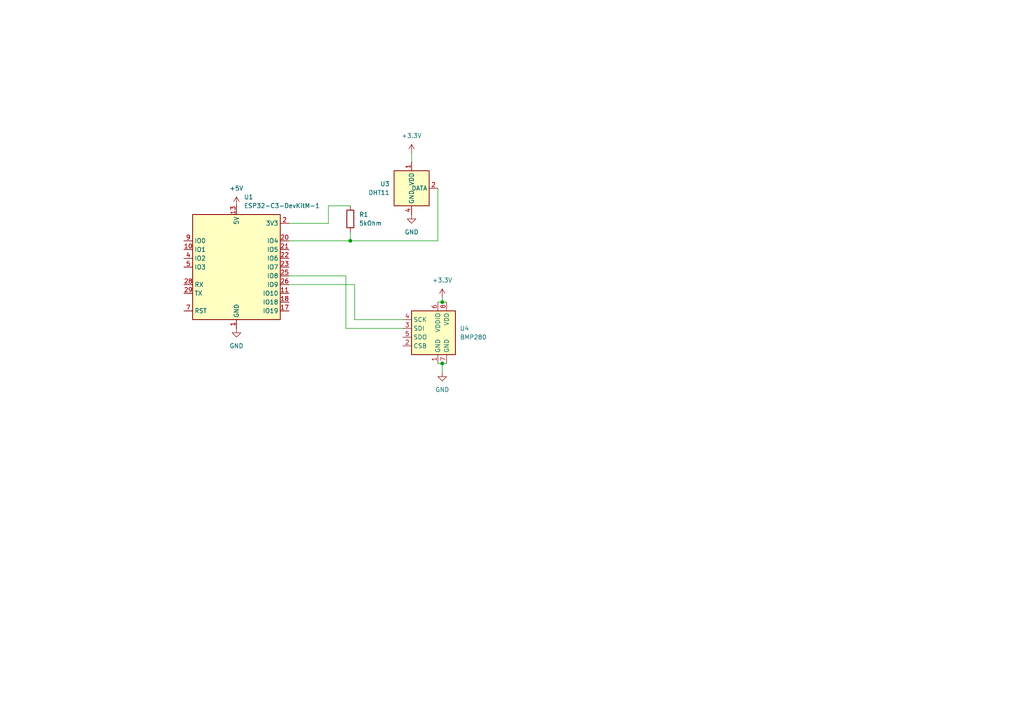
<source format=kicad_sch>
(kicad_sch (version 20250114) (generator "eeschema") (generator_version "9.0")
  (paper "A4")
  (lib_symbols
    (symbol "Device:R" (pin_numbers (hide yes)) (pin_names (offset 0))
      (property "Reference" "R" (at 2.032 0 90))
      (property "Value" "R" (at 0 0 90))
      (symbol "R_0_1"
        (rectangle (start -1.016 -2.54) (end 1.016 2.54) (stroke (width 0.254)))
      )
      (symbol "R_1_1"
        (pin passive line (at 0 3.81 270) (length 1.27) (name "~") (number "1"))
        (pin passive line (at 0 -3.81 90) (length 1.27) (name "~") (number "2"))
      )
    )
    (symbol "RF_Module:ESP32-C3-DevKitM-1"
      (property "Reference" "U" (at 7.62 16.51 0))
      (property "Value" "ESP32-C3-DevKitM-1" (at 11.684 -16.764 0))
      (symbol "ESP32-C3-DevKitM-1_1_1"
        (rectangle (start -12.7 15.24) (end 12.7 -15.24) (stroke (width 0.254)) (fill (type background)))
        (pin bidirectional line (at -15.24 7.62 0) (length 2.54) (name "IO0") (number "9"))
        (pin bidirectional line (at -15.24 5.08 0) (length 2.54) (name "IO1") (number "10"))
        (pin bidirectional line (at -15.24 2.54 0) (length 2.54) (name "IO2") (number "4"))
        (pin bidirectional line (at -15.24 0 0) (length 2.54) (name "IO3") (number "5"))
        (pin input line (at -15.24 -5.08 0) (length 2.54) (name "RX") (number "28"))
        (pin output line (at -15.24 -7.62 0) (length 2.54) (name "TX") (number "29"))
        (pin input line (at -15.24 -12.7 0) (length 2.54) (name "RST") (number "7"))
        (pin passive line (at 0 17.78 270) (length 2.54) (name "5V") (number "13"))
        (pin passive line (at 0 17.78 270) (length 2.54) (hide yes) (name "5V") (number "14"))
        (pin power_in line (at 0 -17.78 90) (length 2.54) (name "GND") (number "1"))
        (pin passive line (at 0 -17.78 90) (length 2.54) (hide yes) (name "GND") (number "12"))
        (pin passive line (at 0 -17.78 90) (length 2.54) (hide yes) (name "GND") (number "15"))
        (pin passive line (at 0 -17.78 90) (length 2.54) (hide yes) (name "GND") (number "16"))
        (pin passive line (at 0 -17.78 90) (length 2.54) (hide yes) (name "GND") (number "19"))
        (pin passive line (at 0 -17.78 90) (length 2.54) (hide yes) (name "GND") (number "24"))
        (pin passive line (at 0 -17.78 90) (length 2.54) (hide yes) (name "GND") (number "27"))
        (pin passive line (at 0 -17.78 90) (length 2.54) (hide yes) (name "GND") (number "30"))
        (pin passive line (at 0 -17.78 90) (length 2.54) (hide yes) (name "GND") (number "6"))
        (pin passive line (at 0 -17.78 90) (length 2.54) (hide yes) (name "GND") (number "8"))
        (pin power_out line (at 15.24 12.7 180) (length 2.54) (name "3V3") (number "2"))
        (pin passive line (at 15.24 12.7 180) (length 2.54) (hide yes) (name "3V3") (number "3"))
        (pin bidirectional line (at 15.24 7.62 180) (length 2.54) (name "IO4") (number "20"))
        (pin bidirectional line (at 15.24 5.08 180) (length 2.54) (name "IO5") (number "21"))
        (pin bidirectional line (at 15.24 2.54 180) (length 2.54) (name "IO6") (number "22"))
        (pin bidirectional line (at 15.24 0 180) (length 2.54) (name "IO7") (number "23"))
        (pin bidirectional line (at 15.24 -2.54 180) (length 2.54) (name "IO8") (number "25"))
        (pin bidirectional line (at 15.24 -5.08 180) (length 2.54) (name "IO9") (number "26"))
        (pin bidirectional line (at 15.24 -7.62 180) (length 2.54) (name "IO10") (number "11"))
        (pin bidirectional line (at 15.24 -10.16 180) (length 2.54) (name "IO18") (number "18"))
        (pin bidirectional line (at 15.24 -12.7 180) (length 2.54) (name "IO19") (number "17"))
      )
    )
    (symbol "Sensor:DHT11"
      (property "Reference" "U" (at -3.81 6.35 0))
      (property "Value" "DHT11" (at 3.81 6.35 0))
      (symbol "DHT11_0_1"
        (rectangle (start -5.08 5.08) (end 5.08 -5.08) (stroke (width 0.254)) (fill (type background)))
      )
      (symbol "DHT11_1_1"
        (pin no_connect line (at -5.08 0 0) (length 2.54) (hide yes) (name "NC") (number "3"))
        (pin power_in line (at 0 7.62 270) (length 2.54) (name "VDD") (number "1"))
        (pin power_in line (at 0 -7.62 90) (length 2.54) (name "GND") (number "4"))
        (pin bidirectional line (at 7.62 0 180) (length 2.54) (name "DATA") (number "2"))
      )
    )
    (symbol "Sensor_Pressure:BMP280"
      (property "Reference" "U" (at -7.62 10.16 0))
      (property "Value" "BMP280" (at 5.08 10.16 0))
      (symbol "BMP280_0_1"
        (rectangle (start -7.62 -5.08) (end 5.08 7.62) (stroke (width 0.254)) (fill (type background)))
      )
      (symbol "BMP280_1_1"
        (pin input line (at -10.16 5.08 0) (length 2.54) (name "SCK") (number "4"))
        (pin bidirectional line (at -10.16 2.54 0) (length 2.54) (name "SDI") (number "3"))
        (pin bidirectional line (at -10.16 0 0) (length 2.54) (name "SDO") (number "5"))
        (pin input line (at -10.16 -2.54 0) (length 2.54) (name "CSB") (number "2"))
        (pin power_in line (at 0 10.16 270) (length 2.54) (name "VDDIO") (number "6"))
        (pin power_in line (at 0 -7.62 90) (length 2.54) (name "GND") (number "1"))
        (pin power_in line (at 2.54 10.16 270) (length 2.54) (name "VDD") (number "8"))
        (pin power_in line (at 2.54 -7.62 90) (length 2.54) (name "GND") (number "7"))
      )
    )
    (symbol "power:+3.3V" (power) (pin_numbers (hide yes)) (pin_names (offset 0) (hide yes))
      (property "Value" "+3.3V" (at 0 3.556 0))
      (symbol "+3.3V_0_1"
        (polyline (pts (xy -0.762 1.27) (xy 0 2.54)))
        (polyline (pts (xy 0 2.54) (xy 0.762 1.27)))
        (polyline (pts (xy 0 0) (xy 0 2.54)))
      )
      (symbol "+3.3V_1_1"
        (pin power_in line (at 0 0 90) (length 0) (name "~") (number "1"))
      )
    )
    (symbol "power:+5V" (power) (pin_numbers (hide yes)) (pin_names (offset 0) (hide yes))
      (property "Value" "+5V" (at 0 3.556 0))
      (symbol "+5V_0_1"
        (polyline (pts (xy -0.762 1.27) (xy 0 2.54)))
        (polyline (pts (xy 0 2.54) (xy 0.762 1.27)))
        (polyline (pts (xy 0 0) (xy 0 2.54)))
      )
      (symbol "+5V_1_1"
        (pin power_in line (at 0 0 90) (length 0) (name "~") (number "1"))
      )
    )
    (symbol "power:GND" (power) (pin_numbers (hide yes)) (pin_names (offset 0) (hide yes))
      (property "Value" "GND" (at 0 -3.81 0))
      (symbol "GND_0_1"
        (polyline (pts (xy 0 0) (xy 0 -1.27) (xy 1.27 -1.27) (xy 0 -2.54) (xy -1.27 -1.27) (xy 0 -1.27)))
      )
      (symbol "GND_1_1"
        (pin power_in line (at 0 0 270) (length 0) (name "~") (number "1"))
      )
    )
  )
  (junction (at 101.6 69.85))
  (junction (at 128.27 87.63))
  (junction (at 128.27 105.41))
  (wire (pts (xy 83.82 64.77) (xy 95.25 64.77)))
  (wire (pts (xy 128.27 87.63) (xy 129.54 87.63)))
  (wire (pts (xy 101.6 67.31) (xy 101.6 69.85)))
  (wire (pts (xy 128.27 86.36) (xy 128.27 87.63)))
  (wire (pts (xy 83.82 69.85) (xy 101.6 69.85)))
  (wire (pts (xy 102.87 92.71) (xy 102.87 82.55)))
  (wire (pts (xy 128.27 105.41) (xy 129.54 105.41)))
  (wire (pts (xy 100.33 95.25) (xy 116.84 95.25)))
  (wire (pts (xy 100.33 80.01) (xy 100.33 95.25)))
  (wire (pts (xy 102.87 92.71) (xy 116.84 92.71)))
  (wire (pts (xy 73.66 -19.05) (xy 36.83 -19.05)))
  (wire (pts (xy 101.6 69.85) (xy 127 69.85)))
  (wire (pts (xy 95.25 64.77) (xy 95.25 59.69)))
  (wire (pts (xy 127 54.61) (xy 127 69.85)))
  (wire (pts (xy 119.38 44.45) (xy 119.38 46.99)))
  (wire (pts (xy 102.87 82.55) (xy 83.82 82.55)))
  (wire (pts (xy 128.27 105.41) (xy 128.27 107.95)))
  (wire (pts (xy 83.82 80.01) (xy 100.33 80.01)))
  (wire (pts (xy 127 105.41) (xy 128.27 105.41)))
  (wire (pts (xy 127 87.63) (xy 128.27 87.63)))
  (wire (pts (xy 95.25 59.69) (xy 101.6 59.69)))
  (symbol (lib_id "power:GND") (at 119.38 62.23 0) (unit 1)
    (property "Reference" "#PWR02" (effects (hide yes)))
    (property "Value" "GND" (at 119.38 67.31 0))
    (property "Description" "Power symbol creates a global label with name \"GND\" , ground" (effects (hide yes)))
  )
  (symbol (lib_id "power:GND") (at 68.58 95.25 0) (unit 1)
    (property "Reference" "#PWR08" (effects (hide yes)))
    (property "Value" "GND" (at 68.58 100.33 0))
    (property "Description" "Power symbol creates a global label with name \"GND\" , ground" (effects (hide yes)))
  )
  (symbol (lib_id "power:+5V") (at 68.58 59.69 0) (unit 1)
    (property "Reference" "#PWR01" (effects (hide yes)))
    (property "Value" "+5V" (at 68.58 54.61 0))
    (property "Description" "Power symbol creates a global label with name \"+5V\"" (effects (hide yes)))
  )
  (symbol (lib_id "Sensor:DHT11") (at 119.38 54.61 0) (unit 1)
    (property "Reference" "U3" (at 113.03 53.3399 0) (effects (justify right)))
    (property "Value" "DHT11" (at 113.03 55.8799 0) (effects (justify right)))
    (property "Footprint" "Sensor:Aosong_DHT11_5.5x12.0_P2.54mm" (effects (hide yes)))
    (property "Datasheet" "http://akizukidenshi.com/download/ds/aosong/DHT11.pdf" (effects (hide yes)))
    (property "Description" "3.3V to 5.5V, temperature and humidity module, DHT11" (effects (hide yes)))
  )
  (symbol (lib_id "power:+3.3V") (at 119.38 44.45 0) (unit 1)
    (property "Reference" "#PWR010" (effects (hide yes)))
    (property "Value" "+3.3V" (at 119.38 39.37 0))
    (property "Description" "Power symbol creates a global label with name \"+3.3V\"" (effects (hide yes)))
  )
  (symbol (lib_id "RF_Module:ESP32-C3-DevKitM-1") (at 68.58 77.47 0) (unit 1)
    (property "Reference" "U1" (at 70.7233 57.15 0) (effects (justify left)))
    (property "Value" "ESP32-C3-DevKitM-1" (at 70.7233 59.69 0) (effects (justify left)))
    (property "Footprint" "RF_Module:ESP32-C3-DevKitM-1" (effects (hide yes)))
    (property "Datasheet" "https://docs.espressif.com/projects/esp-idf/en/latest/esp32c3/hw-reference/esp32c3/user-guide-devkitm-1.html" (effects (hide yes)))
    (property "Description" "Development board featuring ESP32-C3-MINI-1 module" (effects (hide yes)))
  )
  (symbol (lib_id "power:+3.3V") (at 128.27 86.36 0) (unit 1)
    (property "Reference" "#PWR011" (effects (hide yes)))
    (property "Value" "+3.3V" (at 128.27 81.28 0))
    (property "Description" "Power symbol creates a global label with name \"+3.3V\"" (effects (hide yes)))
  )
  (symbol (lib_id "power:GND") (at 128.27 107.95 0) (unit 1)
    (property "Reference" "#PWR04" (effects (hide yes)))
    (property "Value" "GND" (at 128.27 113.03 0))
    (property "Description" "Power symbol creates a global label with name \"GND\" , ground" (effects (hide yes)))
  )
  (symbol (lib_id "Sensor_Pressure:BMP280") (at 127 97.79 0) (unit 1)
    (property "Reference" "U4" (at 133.35 95.2499 0) (effects (justify left)))
    (property "Value" "BMP280" (at 133.35 97.7899 0) (effects (justify left)))
    (property "Footprint" "Package_LGA:Bosch_LGA-8_2x2.5mm_P0.65mm_ClockwisePinNumbering" (effects (hide yes)))
    (property "Datasheet" "https://ae-bst.resource.bosch.com/media/_tech/media/datasheets/BST-BMP280-DS001.pdf" (effects (hide yes)))
    (property "Description" "Absolute Barometric Pressure Sensor, LGA-8" (effects (hide yes)))
  )
  (symbol (lib_id "Device:R") (at 101.6 63.5 0) (unit 1)
    (property "Reference" "R1" (at 104.14 62.2299 0) (effects (justify left)))
    (property "Value" "5kOhm" (at 104.14 64.7699 0) (effects (justify left)))
    (property "Description" "Resistor" (effects (hide yes)))
  )
)
</source>
